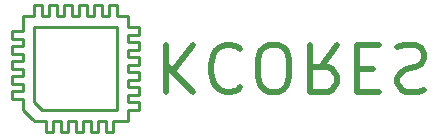
<source format=gbo>
%TF.GenerationSoftware,KiCad,Pcbnew,(5.1.9)-1*%
%TF.CreationDate,2021-06-05T13:56:01+08:00*%
%TF.ProjectId,V1,56312e6b-6963-4616-945f-706362585858,rev?*%
%TF.SameCoordinates,Original*%
%TF.FileFunction,Legend,Bot*%
%TF.FilePolarity,Positive*%
%FSLAX46Y46*%
G04 Gerber Fmt 4.6, Leading zero omitted, Abs format (unit mm)*
G04 Created by KiCad (PCBNEW (5.1.9)-1) date 2021-06-05 13:56:01*
%MOMM*%
%LPD*%
G01*
G04 APERTURE LIST*
%ADD10C,0.500000*%
%ADD11C,0.250000*%
G04 APERTURE END LIST*
D10*
X166180857Y-56356476D02*
X166180857Y-60356476D01*
X168466571Y-56356476D02*
X166752285Y-58642190D01*
X168466571Y-60356476D02*
X166180857Y-58070761D01*
X172466571Y-56737428D02*
X172276095Y-56546952D01*
X171704666Y-56356476D01*
X171323714Y-56356476D01*
X170752285Y-56546952D01*
X170371333Y-56927904D01*
X170180857Y-57308857D01*
X169990380Y-58070761D01*
X169990380Y-58642190D01*
X170180857Y-59404095D01*
X170371333Y-59785047D01*
X170752285Y-60166000D01*
X171323714Y-60356476D01*
X171704666Y-60356476D01*
X172276095Y-60166000D01*
X172466571Y-59975523D01*
X174942761Y-60356476D02*
X175704666Y-60356476D01*
X176085619Y-60166000D01*
X176466571Y-59785047D01*
X176657047Y-59023142D01*
X176657047Y-57689809D01*
X176466571Y-56927904D01*
X176085619Y-56546952D01*
X175704666Y-56356476D01*
X174942761Y-56356476D01*
X174561809Y-56546952D01*
X174180857Y-56927904D01*
X173990380Y-57689809D01*
X173990380Y-59023142D01*
X174180857Y-59785047D01*
X174561809Y-60166000D01*
X174942761Y-60356476D01*
X180657047Y-56356476D02*
X179323714Y-58261238D01*
X178371333Y-56356476D02*
X178371333Y-60356476D01*
X179895142Y-60356476D01*
X180276095Y-60166000D01*
X180466571Y-59975523D01*
X180657047Y-59594571D01*
X180657047Y-59023142D01*
X180466571Y-58642190D01*
X180276095Y-58451714D01*
X179895142Y-58261238D01*
X178371333Y-58261238D01*
X182371333Y-58451714D02*
X183704666Y-58451714D01*
X184276095Y-56356476D02*
X182371333Y-56356476D01*
X182371333Y-60356476D01*
X184276095Y-60356476D01*
X185799904Y-56546952D02*
X186371333Y-56356476D01*
X187323714Y-56356476D01*
X187704666Y-56546952D01*
X187895142Y-56737428D01*
X188085619Y-57118380D01*
X188085619Y-57499333D01*
X187895142Y-57880285D01*
X187704666Y-58070761D01*
X187323714Y-58261238D01*
X186561809Y-58451714D01*
X186180857Y-58642190D01*
X185990380Y-58832666D01*
X185799904Y-59213619D01*
X185799904Y-59594571D01*
X185990380Y-59975523D01*
X186180857Y-60166000D01*
X186561809Y-60356476D01*
X187514190Y-60356476D01*
X188085619Y-60166000D01*
D11*
X155066719Y-54895205D02*
X156812703Y-54895205D01*
X155066719Y-62831790D02*
X155304774Y-62831790D01*
X155304774Y-62831790D02*
X155840499Y-62831790D01*
X156019024Y-62911090D02*
X156018954Y-63565840D01*
X162050859Y-60569840D02*
X162050859Y-61879290D01*
X155066719Y-56085685D02*
X155066719Y-54895205D01*
X162050859Y-61879290D02*
X160463459Y-61879290D01*
X162050859Y-54895205D02*
X162050859Y-56641240D01*
X156892008Y-61879290D02*
X155701594Y-61879290D01*
X155066719Y-59657139D02*
X155066719Y-56085685D01*
X155840499Y-62831790D02*
X156019094Y-62831790D01*
X160463459Y-61879290D02*
X156892008Y-61879290D01*
X156018954Y-63565840D02*
X156018954Y-63784040D01*
X156019094Y-62831790D02*
X156019024Y-62911090D01*
X160741259Y-54895205D02*
X162050859Y-54895205D01*
X155701594Y-61879290D02*
X155066719Y-61244440D01*
X162050859Y-56641240D02*
X162050859Y-60569840D01*
X156812703Y-54895205D02*
X160741259Y-54895205D01*
X155066719Y-61244440D02*
X155066719Y-59657139D01*
X155017803Y-62782940D02*
X155066719Y-62831790D01*
X161613709Y-63784040D02*
X161732759Y-63784040D01*
X163002659Y-61879290D02*
X163240709Y-61879290D01*
X163955009Y-58070040D02*
X163955009Y-57911390D01*
X163955009Y-59339889D02*
X163955009Y-59181190D01*
X163776409Y-58070040D02*
X163955009Y-58070040D01*
X163955009Y-60450889D02*
X163955009Y-60093790D01*
X163240709Y-60609590D02*
X163776409Y-60609590D01*
X163240709Y-58070040D02*
X163776409Y-58070040D01*
X163002659Y-58070040D02*
X163240709Y-58070040D01*
X163002659Y-59974740D02*
X163002659Y-59816039D01*
X163002659Y-58189140D02*
X163002659Y-58070040D01*
X163002659Y-58546240D02*
X163002659Y-58189140D01*
X163955009Y-59181190D02*
X163955009Y-58823990D01*
X163002659Y-60728640D02*
X163002659Y-60609590D01*
X163955009Y-61244440D02*
X163716859Y-61244440D01*
X161732759Y-63784040D02*
X161732759Y-63545990D01*
X163181159Y-61244440D02*
X163002659Y-61244440D01*
X163240709Y-59339889D02*
X163776409Y-59339889D01*
X163955009Y-61363490D02*
X163955009Y-61244440D01*
X161256609Y-63784040D02*
X161613709Y-63784040D01*
X161732759Y-63545990D02*
X161732759Y-63010290D01*
X163181159Y-58704940D02*
X163002659Y-58704940D01*
X163955009Y-58704940D02*
X163716859Y-58704940D01*
X163955009Y-58823990D02*
X163955009Y-58704940D01*
X163181159Y-59974740D02*
X163002659Y-59974740D01*
X163955009Y-60093790D02*
X163955009Y-59974740D01*
X163955009Y-61879290D02*
X163955009Y-61720640D01*
X163776409Y-60609590D02*
X163955009Y-60609590D01*
X163002659Y-61244440D02*
X163002659Y-61085740D01*
X163776409Y-61879290D02*
X163955009Y-61879290D01*
X162050209Y-62831690D02*
X162764509Y-62831690D01*
X163955009Y-60609590D02*
X163955009Y-60450889D01*
X163002659Y-62593590D02*
X163002659Y-62057890D01*
X163002659Y-59339889D02*
X163240709Y-59339889D01*
X163002659Y-62057890D02*
X163002659Y-61879290D01*
X163716859Y-58704940D02*
X163181159Y-58704940D01*
X163955009Y-61720640D02*
X163955009Y-61363490D01*
X163776409Y-59339889D02*
X163955009Y-59339889D01*
X163240709Y-61879290D02*
X163776409Y-61879290D01*
X163955009Y-59974740D02*
X163716859Y-59974740D01*
X161732759Y-62831690D02*
X162050209Y-62831690D01*
X163002659Y-60609590D02*
X163240709Y-60609590D01*
X161732759Y-63010290D02*
X161732759Y-62831690D01*
X163002659Y-59458939D02*
X163002659Y-59339889D01*
X163716859Y-61244440D02*
X163181159Y-61244440D01*
X162764509Y-62831690D02*
X163002659Y-62831690D01*
X163002659Y-62831690D02*
X163002659Y-62593590D01*
X163955009Y-57911390D02*
X163955009Y-57554265D01*
X163002659Y-58704940D02*
X163002659Y-58546240D01*
X163002659Y-59816039D02*
X163002659Y-59458939D01*
X163002659Y-61085740D02*
X163002659Y-60728640D01*
X163716859Y-59974740D02*
X163181159Y-59974740D01*
X157288674Y-63784040D02*
X157447349Y-63784040D01*
X157288674Y-63069790D02*
X157288674Y-63605540D01*
X157169609Y-62831690D02*
X157288674Y-62831690D01*
X161097909Y-63784040D02*
X161256609Y-63784040D01*
X161097909Y-63605540D02*
X161097909Y-63784040D01*
X161097909Y-63069790D02*
X161097909Y-63605540D01*
X158558459Y-62831690D02*
X158558459Y-63069790D01*
X156534749Y-63784040D02*
X156653814Y-63784040D01*
X160463059Y-63010290D02*
X160463059Y-62831690D01*
X158082259Y-62831690D02*
X158439409Y-62831690D01*
X161097909Y-62831690D02*
X161097909Y-63069790D01*
X160978859Y-62831690D02*
X161097909Y-62831690D01*
X160463059Y-63784040D02*
X160463059Y-63545990D01*
X157288674Y-63605540D02*
X157288674Y-63784040D01*
X157288674Y-62831690D02*
X157288674Y-63069790D01*
X159828209Y-63784040D02*
X159986859Y-63784040D01*
X159193359Y-63784040D02*
X159193359Y-63545990D01*
X156653814Y-63545990D02*
X156653814Y-63010290D01*
X158558459Y-63605540D02*
X158558459Y-63784040D01*
X160344009Y-63784040D02*
X160463059Y-63784040D01*
X156653814Y-62831690D02*
X156812494Y-62831690D01*
X157447349Y-63784040D02*
X157804539Y-63784040D01*
X157923599Y-63010290D02*
X157923599Y-62831690D01*
X156653814Y-63010290D02*
X156653814Y-62831690D01*
X156653814Y-63784040D02*
X156653814Y-63545990D01*
X159986859Y-63784040D02*
X160344009Y-63784040D01*
X159193359Y-62831690D02*
X159352009Y-62831690D01*
X158717159Y-63784040D02*
X159074259Y-63784040D01*
X157923599Y-63545990D02*
X157923599Y-63010290D01*
X156812494Y-62831690D02*
X157169609Y-62831690D01*
X156177634Y-63784040D02*
X156534749Y-63784040D01*
X160621709Y-62831690D02*
X160978859Y-62831690D01*
X159828209Y-62831690D02*
X159828209Y-63069790D01*
X160463059Y-62831690D02*
X160621709Y-62831690D01*
X157923599Y-62831690D02*
X158082259Y-62831690D01*
X156018954Y-63784040D02*
X156177634Y-63784040D01*
X160463059Y-63545990D02*
X160463059Y-63010290D01*
X159828209Y-63605540D02*
X159828209Y-63784040D01*
X159828209Y-63069790D02*
X159828209Y-63605540D01*
X159709109Y-62831690D02*
X159828209Y-62831690D01*
X159193359Y-63545990D02*
X159193359Y-63010290D01*
X159352009Y-62831690D02*
X159709109Y-62831690D01*
X159193359Y-63010290D02*
X159193359Y-62831690D01*
X158439409Y-62831690D02*
X158558459Y-62831690D01*
X158558459Y-63069790D02*
X158558459Y-63605540D01*
X157923599Y-63784040D02*
X157923599Y-63545990D01*
X159074259Y-63784040D02*
X159193359Y-63784040D01*
X158558459Y-63784040D02*
X158717159Y-63784040D01*
X157804539Y-63784040D02*
X157923599Y-63784040D01*
X160899559Y-53943395D02*
X160780559Y-53943395D01*
X161256658Y-53943395D02*
X160899559Y-53943395D01*
X161415409Y-53943395D02*
X161256658Y-53943395D01*
X161415409Y-53229156D02*
X161415409Y-53764869D01*
X162764509Y-53943395D02*
X162228809Y-53943395D01*
X161534409Y-52991031D02*
X161415409Y-52991031D01*
X163955009Y-56641665D02*
X163955009Y-56284544D01*
X162050259Y-53705339D02*
X162050259Y-53169625D01*
X163955009Y-54895750D02*
X163716859Y-54895750D01*
X163181159Y-56165485D02*
X163002659Y-56165485D01*
X163955009Y-55371930D02*
X163955009Y-55014810D01*
X163955009Y-55530625D02*
X163955009Y-55371930D01*
X163955009Y-57435205D02*
X163716859Y-57435205D01*
X163002659Y-55649690D02*
X163002659Y-55530625D01*
X163002659Y-56165485D02*
X163002659Y-56006805D01*
X163776409Y-56800345D02*
X163955009Y-56800345D01*
X161415409Y-52991031D02*
X161415409Y-53229156D01*
X163955009Y-56165485D02*
X163716859Y-56165485D01*
X163240709Y-55530625D02*
X163776409Y-55530625D01*
X163002659Y-54895750D02*
X163002659Y-54657695D01*
X158994959Y-52991031D02*
X158875959Y-52991031D01*
X161415409Y-53764869D02*
X161415409Y-53943395D01*
X163716859Y-56165485D02*
X163181159Y-56165485D01*
X160145709Y-53764869D02*
X160145709Y-53943395D01*
X163002659Y-57435205D02*
X163002659Y-57276525D01*
X163955009Y-56284544D02*
X163955009Y-56165485D01*
X162050259Y-53169625D02*
X162050259Y-52991031D01*
X159352109Y-52991031D02*
X158994959Y-52991031D01*
X159510858Y-52991031D02*
X159352109Y-52991031D01*
X159510858Y-53169625D02*
X159510858Y-52991031D01*
X159510858Y-53705339D02*
X159510858Y-53169625D01*
X160264708Y-52991031D02*
X160145709Y-52991031D01*
X160621809Y-52991031D02*
X160264708Y-52991031D01*
X162050259Y-53943395D02*
X162050259Y-53705339D01*
X160780559Y-53705339D02*
X160780559Y-53169625D01*
X160780559Y-53943395D02*
X160780559Y-53705339D01*
X161891509Y-52991031D02*
X161534409Y-52991031D01*
X162050259Y-52991031D02*
X161891509Y-52991031D01*
X163002659Y-54121990D02*
X163002659Y-53943395D01*
X162228809Y-53943395D02*
X162050259Y-53943395D01*
X163240709Y-56800345D02*
X163776409Y-56800345D01*
X163955009Y-55014810D02*
X163955009Y-54895750D01*
X163776409Y-55530625D02*
X163955009Y-55530625D01*
X163955009Y-56800345D02*
X163955009Y-56641665D01*
X163716859Y-57435205D02*
X163181159Y-57435205D01*
X163002659Y-55530625D02*
X163240709Y-55530625D01*
X163002659Y-56800345D02*
X163240709Y-56800345D01*
X163181159Y-57435205D02*
X163002659Y-57435205D01*
X163181159Y-54895750D02*
X163002659Y-54895750D01*
X160780559Y-52991031D02*
X160621809Y-52991031D01*
X163716859Y-54895750D02*
X163181159Y-54895750D01*
X160780559Y-53169625D02*
X160780559Y-52991031D01*
X163002659Y-53943395D02*
X162764509Y-53943395D01*
X163002659Y-54657695D02*
X163002659Y-54121990D01*
X159510858Y-53943395D02*
X159510858Y-53705339D01*
X159629809Y-53943395D02*
X159510858Y-53943395D01*
X163002659Y-56919405D02*
X163002659Y-56800345D01*
X159986959Y-53943395D02*
X159629809Y-53943395D01*
X163002659Y-56006805D02*
X163002659Y-55649690D01*
X163002659Y-57276525D02*
X163002659Y-56919405D01*
X163955009Y-57554265D02*
X163955009Y-57435205D01*
X160145709Y-53943395D02*
X159986959Y-53943395D01*
X160145709Y-53229156D02*
X160145709Y-53764869D01*
X160145709Y-52991031D02*
X160145709Y-53229156D01*
X154114364Y-61879440D02*
X154114364Y-61879440D01*
X154690523Y-62455690D02*
X154871049Y-62636190D01*
X154528534Y-62293690D02*
X154690523Y-62455690D01*
X154388384Y-62153540D02*
X154528534Y-62293690D01*
X154133174Y-61898340D02*
X154187329Y-61952490D01*
X154114364Y-61700940D02*
X154114364Y-61879440D01*
X153162000Y-60450990D02*
X153162000Y-60808090D01*
X154114364Y-61879440D02*
X154133174Y-61898340D01*
X154114364Y-61165189D02*
X154114364Y-61700940D01*
X153400057Y-60927089D02*
X153935769Y-60927089D01*
X153935769Y-60927089D02*
X154114364Y-60927089D01*
X153340525Y-60292239D02*
X153162000Y-60292239D01*
X153162000Y-60927089D02*
X153400057Y-60927089D01*
X153162000Y-60292239D02*
X153162000Y-60450990D01*
X153876238Y-60292239D02*
X153340525Y-60292239D01*
X154114364Y-60292239D02*
X153876238Y-60292239D01*
X153162000Y-60808090D02*
X153162000Y-60927089D01*
X154871049Y-62636190D02*
X155017803Y-62782940D01*
X154273524Y-62038690D02*
X154388384Y-62153540D01*
X154187329Y-61952490D02*
X154273524Y-62038690D01*
X154114364Y-60927089D02*
X154114364Y-61165189D01*
X156336454Y-53764869D02*
X156336454Y-53943395D01*
X157090304Y-53943395D02*
X156971314Y-53943395D01*
X158082359Y-52991031D02*
X157725164Y-52991031D01*
X158875959Y-52991031D02*
X158875959Y-53229156D01*
X158360109Y-53943395D02*
X158241109Y-53943395D01*
X156177704Y-53943395D02*
X155820589Y-53943395D01*
X156971314Y-53169625D02*
X156971314Y-52991031D01*
X156455444Y-52991031D02*
X156336454Y-52991031D01*
X157606174Y-53229156D02*
X157606174Y-53764869D01*
X156336454Y-53943395D02*
X156177704Y-53943395D01*
X156336454Y-52991031D02*
X156336454Y-53229156D01*
X156971314Y-53705339D02*
X156971314Y-53169625D01*
X158241109Y-53169625D02*
X158241109Y-52991031D01*
X157447424Y-53943395D02*
X157090304Y-53943395D01*
X157606174Y-53764869D02*
X157606174Y-53943395D01*
X157606174Y-52991031D02*
X157606174Y-53229156D01*
X157725164Y-52991031D02*
X157606174Y-52991031D01*
X158241109Y-52991031D02*
X158082359Y-52991031D01*
X158241109Y-53705339D02*
X158241109Y-53169625D01*
X158241109Y-53943395D02*
X158241109Y-53705339D01*
X158717209Y-53943395D02*
X158360109Y-53943395D01*
X158875959Y-53229156D02*
X158875959Y-53764869D01*
X158875959Y-53943395D02*
X158717209Y-53943395D01*
X156336454Y-53229156D02*
X156336454Y-53764869D01*
X156812564Y-52991031D02*
X156455444Y-52991031D01*
X156971314Y-52991031D02*
X156812564Y-52991031D01*
X156971314Y-53943395D02*
X156971314Y-53705339D01*
X157606174Y-53943395D02*
X157447424Y-53943395D01*
X158875959Y-53764869D02*
X158875959Y-53943395D01*
X154114364Y-55213250D02*
X153876238Y-55213250D01*
X154114364Y-56006875D02*
X154114364Y-56363994D01*
X155066719Y-53764869D02*
X155066719Y-53943395D01*
X155701594Y-53169625D02*
X155701594Y-52991031D01*
X155066719Y-52991031D02*
X155066719Y-53229156D01*
X154114364Y-58546290D02*
X154114364Y-58903440D01*
X153400057Y-58387540D02*
X153935769Y-58387540D01*
X154114364Y-58387540D02*
X154114364Y-58546290D01*
X154114364Y-60173240D02*
X154114364Y-60292239D01*
X154828594Y-53943395D02*
X154292889Y-53943395D01*
X154114364Y-59816140D02*
X154114364Y-60173240D01*
X154114364Y-59657390D02*
X154114364Y-59816140D01*
X154114364Y-56363994D02*
X154114364Y-56482985D01*
X153935769Y-59657390D02*
X154114364Y-59657390D01*
X155701594Y-53705339D02*
X155701594Y-53169625D01*
X153400057Y-59657390D02*
X153935769Y-59657390D01*
X153162000Y-59657390D02*
X153400057Y-59657390D01*
X153162000Y-59538389D02*
X153162000Y-59657390D01*
X154114364Y-55848125D02*
X154114364Y-56006875D01*
X153162000Y-55848125D02*
X153400057Y-55848125D01*
X154114364Y-54975195D02*
X154114364Y-55213250D01*
X155185709Y-52991031D02*
X155066719Y-52991031D01*
X153935769Y-58387540D02*
X154114364Y-58387540D01*
X153935769Y-55848125D02*
X154114364Y-55848125D01*
X153162000Y-59181190D02*
X153162000Y-59538389D01*
X153162000Y-59022440D02*
X153162000Y-59181190D01*
X153340525Y-59022440D02*
X153162000Y-59022440D01*
X153876238Y-59022440D02*
X153340525Y-59022440D01*
X154114364Y-59022440D02*
X153876238Y-59022440D01*
X153162000Y-58268590D02*
X153162000Y-58387540D01*
X153162000Y-56482985D02*
X153162000Y-56641734D01*
X154114364Y-57752705D02*
X153876238Y-57752705D01*
X154114364Y-53943395D02*
X154114364Y-54260895D01*
X155066719Y-53943395D02*
X154828594Y-53943395D01*
X153162000Y-57911440D02*
X153162000Y-58268590D01*
X153876238Y-57752705D02*
X153340525Y-57752705D01*
X154114364Y-57633710D02*
X154114364Y-57752705D01*
X154114364Y-57276595D02*
X154114364Y-57633710D01*
X153162000Y-57117845D02*
X153400057Y-57117845D01*
X153162000Y-55729115D02*
X153162000Y-55848125D01*
X154114364Y-54260895D02*
X154114364Y-54975195D01*
X153162000Y-56641734D02*
X153162000Y-56998850D01*
X153340525Y-55213250D02*
X153162000Y-55213250D01*
X153162000Y-57752705D02*
X153162000Y-57911440D01*
X153340525Y-57752705D02*
X153162000Y-57752705D01*
X155542844Y-52991031D02*
X155185709Y-52991031D01*
X155701594Y-52991031D02*
X155542844Y-52991031D01*
X154292889Y-53943395D02*
X154114364Y-53943395D01*
X154114364Y-57117845D02*
X154114364Y-57276595D01*
X153876238Y-56482985D02*
X153340525Y-56482985D01*
X153400057Y-55848125D02*
X153935769Y-55848125D01*
X153162000Y-56998850D02*
X153162000Y-57117845D01*
X154114364Y-56482985D02*
X153876238Y-56482985D01*
X153876238Y-55213250D02*
X153340525Y-55213250D01*
X155820589Y-53943395D02*
X155701594Y-53943395D01*
X154114364Y-58903440D02*
X154114364Y-59022440D01*
X153162000Y-58387540D02*
X153400057Y-58387540D01*
X153162000Y-55213250D02*
X153162000Y-55372000D01*
X153935769Y-57117845D02*
X154114364Y-57117845D01*
X153400057Y-57117845D02*
X153935769Y-57117845D01*
X155066719Y-53229156D02*
X155066719Y-53764869D01*
X155701594Y-53943395D02*
X155701594Y-53705339D01*
X153340525Y-56482985D02*
X153162000Y-56482985D01*
X153162000Y-55372000D02*
X153162000Y-55729115D01*
M02*

</source>
